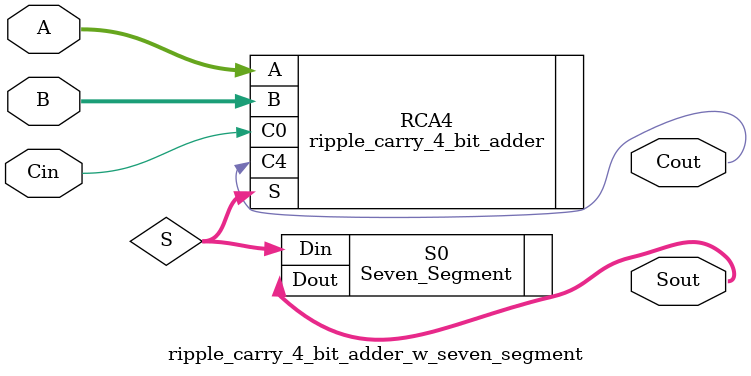
<source format=v>
module ripple_carry_4_bit_adder_w_seven_segment(A, B, Cin, Sout, Cout);
input[3:0] A, B;
input Cin;
output[6:0] Sout;
output Cout;

wire[3:0] S;

ripple_carry_4_bit_adder RCA4(.A(A), .B(B), .C0(Cin), .S(S), .C4(Cout));
Seven_Segment S0(.Din(S), .Dout(Sout));

endmodule
</source>
